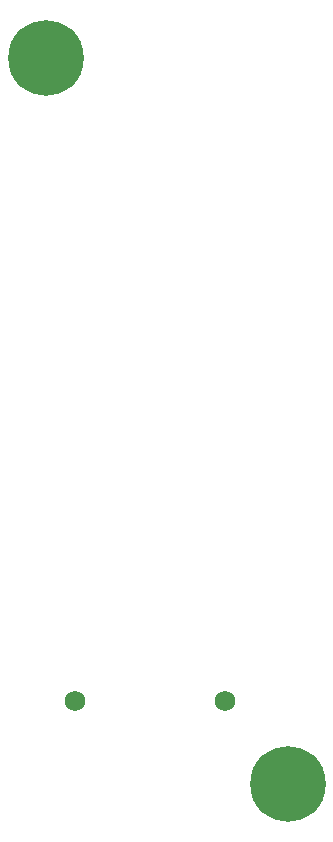
<source format=gbs>
%TF.GenerationSoftware,KiCad,Pcbnew,7.0.7*%
%TF.CreationDate,2024-02-09T14:16:11-05:00*%
%TF.ProjectId,key-fob-pcb,6b65792d-666f-4622-9d70-63622e6b6963,rev?*%
%TF.SameCoordinates,Original*%
%TF.FileFunction,Soldermask,Bot*%
%TF.FilePolarity,Negative*%
%FSLAX46Y46*%
G04 Gerber Fmt 4.6, Leading zero omitted, Abs format (unit mm)*
G04 Created by KiCad (PCBNEW 7.0.7) date 2024-02-09 14:16:11*
%MOMM*%
%LPD*%
G01*
G04 APERTURE LIST*
%ADD10C,1.734000*%
%ADD11C,6.400000*%
%ADD12C,3.600000*%
G04 APERTURE END LIST*
D10*
%TO.C,BT1*%
X157950000Y-145500000D03*
X145250000Y-145500000D03*
%TD*%
D11*
%TO.C,REF\u002A\u002A*%
X142750000Y-91000000D03*
D12*
X142750000Y-91000000D03*
%TD*%
D11*
%TO.C,REF\u002A\u002A*%
X163250000Y-152500000D03*
D12*
X163250000Y-152500000D03*
%TD*%
M02*

</source>
